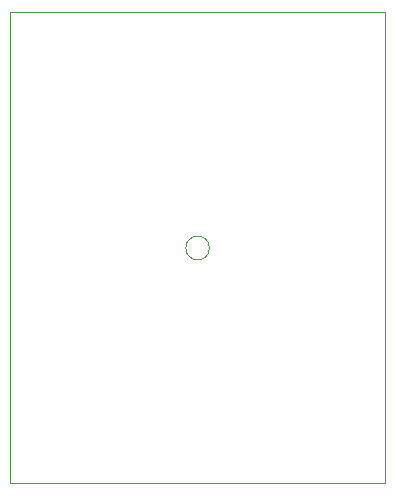
<source format=gbr>
G04 #@! TF.GenerationSoftware,KiCad,Pcbnew,(5.1.2)-2*
G04 #@! TF.CreationDate,2019-08-07T17:13:24-07:00*
G04 #@! TF.ProjectId,solarcell,736f6c61-7263-4656-9c6c-2e6b69636164,rev?*
G04 #@! TF.SameCoordinates,Original*
G04 #@! TF.FileFunction,Profile,NP*
%FSLAX46Y46*%
G04 Gerber Fmt 4.6, Leading zero omitted, Abs format (unit mm)*
G04 Created by KiCad (PCBNEW (5.1.2)-2) date 2019-08-07 17:13:24*
%MOMM*%
%LPD*%
G04 APERTURE LIST*
%ADD10C,0.120000*%
G04 APERTURE END LIST*
D10*
X60325000Y-68961000D02*
X60325000Y-108839000D01*
X92075000Y-68961000D02*
X92075000Y-108839000D01*
X60325000Y-108839000D02*
X92075000Y-108839000D01*
X60325000Y-68961000D02*
X92075000Y-68961000D01*
X77200000Y-88900000D02*
G75*
G03X77200000Y-88900000I-1000000J0D01*
G01*
M02*

</source>
